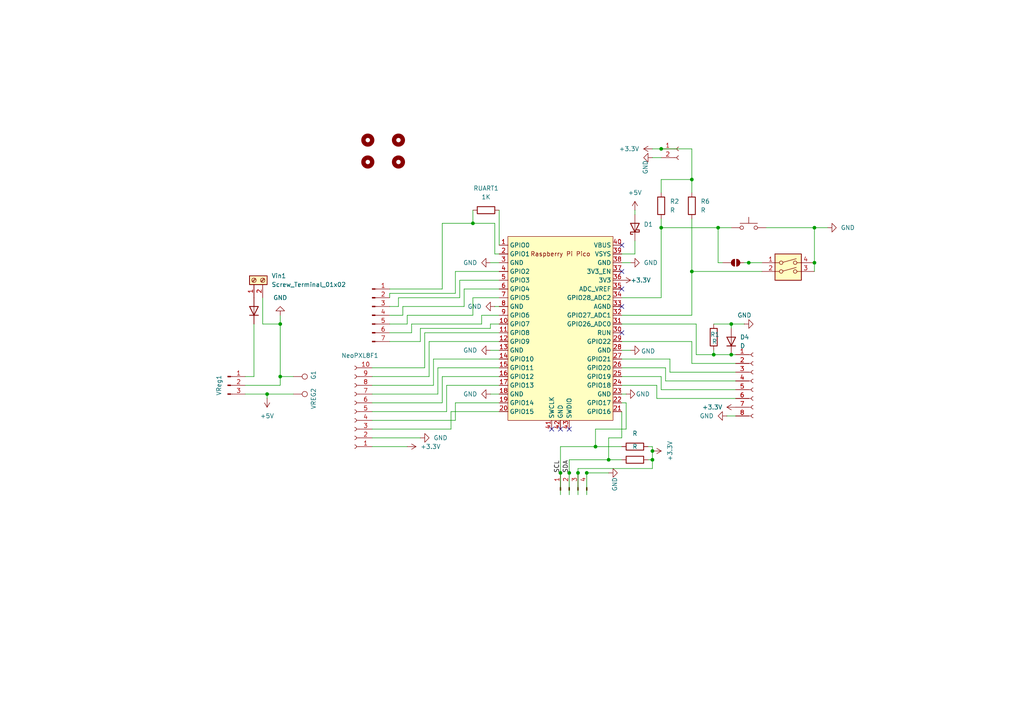
<source format=kicad_sch>
(kicad_sch (version 20250114) (generator "eeschema") (generator_version "9.0")
  (paper "A4")
  (lib_symbols
    (symbol "Connector:Conn_01x02_Socket" (pin_names (offset 1.016) (hide yes))
      (property "Reference" "J" (at 0 2.54 0))
      (property "Value" "Conn_01x02_Socket" (at 0 -5.08 0))
      (symbol "Conn_01x02_Socket_1_1"
        (polyline (pts (xy -1.27 0) (xy -0.508 0)) (stroke (width 0.1524)))
        (polyline (pts (xy -1.27 -2.54) (xy -0.508 -2.54)) (stroke (width 0.1524)))
        (arc (start 0 -0.508) (mid -0.5058 0) (end 0 0.508) (stroke (width 0.1524)))
        (arc (start 0 -3.048) (mid -0.5058 -2.54) (end 0 -2.032) (stroke (width 0.1524)))
        (pin passive line (at -5.08 0 0) (length 3.81) (name "Pin_1") (number "1"))
        (pin passive line (at -5.08 -2.54 0) (length 3.81) (name "Pin_2") (number "2"))
      )
    )
    (symbol "Connector:Conn_01x03_Pin" (pin_names (offset 1.016) (hide yes))
      (property "Reference" "J" (at 0 5.08 0))
      (property "Value" "Conn_01x03_Pin" (at 0 -5.08 0))
      (symbol "Conn_01x03_Pin_1_1"
        (rectangle (start 0.8636 2.667) (end 0 2.413) (stroke (width 0.1524)) (fill (type outline)))
        (rectangle (start 0.8636 0.127) (end 0 -0.127) (stroke (width 0.1524)) (fill (type outline)))
        (rectangle (start 0.8636 -2.413) (end 0 -2.667) (stroke (width 0.1524)) (fill (type outline)))
        (polyline (pts (xy 1.27 2.54) (xy 0.8636 2.54)) (stroke (width 0.1524)))
        (polyline (pts (xy 1.27 0) (xy 0.8636 0)) (stroke (width 0.1524)))
        (polyline (pts (xy 1.27 -2.54) (xy 0.8636 -2.54)) (stroke (width 0.1524)))
        (pin passive line (at 5.08 2.54 180) (length 3.81) (name "Pin_1") (number "1"))
        (pin passive line (at 5.08 0 180) (length 3.81) (name "Pin_2") (number "2"))
        (pin passive line (at 5.08 -2.54 180) (length 3.81) (name "Pin_3") (number "3"))
      )
    )
    (symbol "Connector:Conn_01x04_Pin" (pin_names (offset 1.016) (hide yes))
      (property "Reference" "J" (at 0 5.08 0))
      (property "Value" "Conn_01x04_Pin" (at 0 -7.62 0))
      (symbol "Conn_01x04_Pin_1_1"
        (rectangle (start 0.8636 2.667) (end 0 2.413) (stroke (width 0.1524)) (fill (type outline)))
        (rectangle (start 0.8636 0.127) (end 0 -0.127) (stroke (width 0.1524)) (fill (type outline)))
        (rectangle (start 0.8636 -2.413) (end 0 -2.667) (stroke (width 0.1524)) (fill (type outline)))
        (rectangle (start 0.8636 -4.953) (end 0 -5.207) (stroke (width 0.1524)) (fill (type outline)))
        (polyline (pts (xy 1.27 2.54) (xy 0.8636 2.54)) (stroke (width 0.1524)))
        (polyline (pts (xy 1.27 0) (xy 0.8636 0)) (stroke (width 0.1524)))
        (polyline (pts (xy 1.27 -2.54) (xy 0.8636 -2.54)) (stroke (width 0.1524)))
        (polyline (pts (xy 1.27 -5.08) (xy 0.8636 -5.08)) (stroke (width 0.1524)))
        (pin passive line (at 5.08 2.54 180) (length 3.81) (name "Pin_1") (number "1"))
        (pin passive line (at 5.08 0 180) (length 3.81) (name "Pin_2") (number "2"))
        (pin passive line (at 5.08 -2.54 180) (length 3.81) (name "Pin_3") (number "3"))
        (pin passive line (at 5.08 -5.08 180) (length 3.81) (name "Pin_4") (number "4"))
      )
    )
    (symbol "Connector:Conn_01x07_Pin" (pin_names (offset 1.016) (hide yes))
      (property "Reference" "J" (at 0 10.16 0))
      (property "Value" "Conn_01x07_Pin" (at 0 -10.16 0))
      (symbol "Conn_01x07_Pin_1_1"
        (rectangle (start 0.8636 7.747) (end 0 7.493) (stroke (width 0.1524)) (fill (type outline)))
        (rectangle (start 0.8636 5.207) (end 0 4.953) (stroke (width 0.1524)) (fill (type outline)))
        (rectangle (start 0.8636 2.667) (end 0 2.413) (stroke (width 0.1524)) (fill (type outline)))
        (rectangle (start 0.8636 0.127) (end 0 -0.127) (stroke (width 0.1524)) (fill (type outline)))
        (rectangle (start 0.8636 -2.413) (end 0 -2.667) (stroke (width 0.1524)) (fill (type outline)))
        (rectangle (start 0.8636 -4.953) (end 0 -5.207) (stroke (width 0.1524)) (fill (type outline)))
        (rectangle (start 0.8636 -7.493) (end 0 -7.747) (stroke (width 0.1524)) (fill (type outline)))
        (polyline (pts (xy 1.27 7.62) (xy 0.8636 7.62)) (stroke (width 0.1524)))
        (polyline (pts (xy 1.27 5.08) (xy 0.8636 5.08)) (stroke (width 0.1524)))
        (polyline (pts (xy 1.27 2.54) (xy 0.8636 2.54)) (stroke (width 0.1524)))
        (polyline (pts (xy 1.27 0) (xy 0.8636 0)) (stroke (width 0.1524)))
        (polyline (pts (xy 1.27 -2.54) (xy 0.8636 -2.54)) (stroke (width 0.1524)))
        (polyline (pts (xy 1.27 -5.08) (xy 0.8636 -5.08)) (stroke (width 0.1524)))
        (polyline (pts (xy 1.27 -7.62) (xy 0.8636 -7.62)) (stroke (width 0.1524)))
        (pin passive line (at 5.08 7.62 180) (length 3.81) (name "Pin_1") (number "1"))
        (pin passive line (at 5.08 5.08 180) (length 3.81) (name "Pin_2") (number "2"))
        (pin passive line (at 5.08 2.54 180) (length 3.81) (name "Pin_3") (number "3"))
        (pin passive line (at 5.08 0 180) (length 3.81) (name "Pin_4") (number "4"))
        (pin passive line (at 5.08 -2.54 180) (length 3.81) (name "Pin_5") (number "5"))
        (pin passive line (at 5.08 -5.08 180) (length 3.81) (name "Pin_6") (number "6"))
        (pin passive line (at 5.08 -7.62 180) (length 3.81) (name "Pin_7") (number "7"))
      )
    )
    (symbol "Connector:Conn_01x08_Socket" (pin_names (offset 1.016) (hide yes))
      (property "Reference" "J" (at 0 10.16 0))
      (property "Value" "Conn_01x08_Socket" (at 0 -12.7 0))
      (symbol "Conn_01x08_Socket_1_1"
        (polyline (pts (xy -1.27 7.62) (xy -0.508 7.62)) (stroke (width 0.1524)))
        (polyline (pts (xy -1.27 5.08) (xy -0.508 5.08)) (stroke (width 0.1524)))
        (polyline (pts (xy -1.27 2.54) (xy -0.508 2.54)) (stroke (width 0.1524)))
        (polyline (pts (xy -1.27 0) (xy -0.508 0)) (stroke (width 0.1524)))
        (polyline (pts (xy -1.27 -2.54) (xy -0.508 -2.54)) (stroke (width 0.1524)))
        (polyline (pts (xy -1.27 -5.08) (xy -0.508 -5.08)) (stroke (width 0.1524)))
        (polyline (pts (xy -1.27 -7.62) (xy -0.508 -7.62)) (stroke (width 0.1524)))
        (polyline (pts (xy -1.27 -10.16) (xy -0.508 -10.16)) (stroke (width 0.1524)))
        (arc (start 0 7.112) (mid -0.5058 7.62) (end 0 8.128) (stroke (width 0.1524)))
        (arc (start 0 4.572) (mid -0.5058 5.08) (end 0 5.588) (stroke (width 0.1524)))
        (arc (start 0 2.032) (mid -0.5058 2.54) (end 0 3.048) (stroke (width 0.1524)))
        (arc (start 0 -0.508) (mid -0.5058 0) (end 0 0.508) (stroke (width 0.1524)))
        (arc (start 0 -3.048) (mid -0.5058 -2.54) (end 0 -2.032) (stroke (width 0.1524)))
        (arc (start 0 -5.588) (mid -0.5058 -5.08) (end 0 -4.572) (stroke (width 0.1524)))
        (arc (start 0 -8.128) (mid -0.5058 -7.62) (end 0 -7.112) (stroke (width 0.1524)))
        (arc (start 0 -10.668) (mid -0.5058 -10.16) (end 0 -9.652) (stroke (width 0.1524)))
        (pin passive line (at -5.08 7.62 0) (length 3.81) (name "Pin_1") (number "1"))
        (pin passive line (at -5.08 5.08 0) (length 3.81) (name "Pin_2") (number "2"))
        (pin passive line (at -5.08 2.54 0) (length 3.81) (name "Pin_3") (number "3"))
        (pin passive line (at -5.08 0 0) (length 3.81) (name "Pin_4") (number "4"))
        (pin passive line (at -5.08 -2.54 0) (length 3.81) (name "Pin_5") (number "5"))
        (pin passive line (at -5.08 -5.08 0) (length 3.81) (name "Pin_6") (number "6"))
        (pin passive line (at -5.08 -7.62 0) (length 3.81) (name "Pin_7") (number "7"))
        (pin passive line (at -5.08 -10.16 0) (length 3.81) (name "Pin_8") (number "8"))
      )
    )
    (symbol "Connector:Conn_01x10_Socket" (pin_names (offset 1.016) (hide yes))
      (property "Reference" "J" (at 0 12.7 0))
      (property "Value" "Conn_01x10_Socket" (at 0 -15.24 0))
      (symbol "Conn_01x10_Socket_1_1"
        (polyline (pts (xy -1.27 10.16) (xy -0.508 10.16)) (stroke (width 0.1524)))
        (polyline (pts (xy -1.27 7.62) (xy -0.508 7.62)) (stroke (width 0.1524)))
        (polyline (pts (xy -1.27 5.08) (xy -0.508 5.08)) (stroke (width 0.1524)))
        (polyline (pts (xy -1.27 2.54) (xy -0.508 2.54)) (stroke (width 0.1524)))
        (polyline (pts (xy -1.27 0) (xy -0.508 0)) (stroke (width 0.1524)))
        (polyline (pts (xy -1.27 -2.54) (xy -0.508 -2.54)) (stroke (width 0.1524)))
        (polyline (pts (xy -1.27 -5.08) (xy -0.508 -5.08)) (stroke (width 0.1524)))
        (polyline (pts (xy -1.27 -7.62) (xy -0.508 -7.62)) (stroke (width 0.1524)))
        (polyline (pts (xy -1.27 -10.16) (xy -0.508 -10.16)) (stroke (width 0.1524)))
        (polyline (pts (xy -1.27 -12.7) (xy -0.508 -12.7)) (stroke (width 0.1524)))
        (arc (start 0 9.652) (mid -0.5058 10.16) (end 0 10.668) (stroke (width 0.1524)))
        (arc (start 0 7.112) (mid -0.5058 7.62) (end 0 8.128) (stroke (width 0.1524)))
        (arc (start 0 4.572) (mid -0.5058 5.08) (end 0 5.588) (stroke (width 0.1524)))
        (arc (start 0 2.032) (mid -0.5058 2.54) (end 0 3.048) (stroke (width 0.1524)))
        (arc (start 0 -0.508) (mid -0.5058 0) (end 0 0.508) (stroke (width 0.1524)))
        (arc (start 0 -3.048) (mid -0.5058 -2.54) (end 0 -2.032) (stroke (width 0.1524)))
        (arc (start 0 -5.588) (mid -0.5058 -5.08) (end 0 -4.572) (stroke (width 0.1524)))
        (arc (start 0 -8.128) (mid -0.5058 -7.62) (end 0 -7.112) (stroke (width 0.1524)))
        (arc (start 0 -10.668) (mid -0.5058 -10.16) (end 0 -9.652) (stroke (width 0.1524)))
        (arc (start 0 -13.208) (mid -0.5058 -12.7) (end 0 -12.192) (stroke (width 0.1524)))
        (pin passive line (at -5.08 10.16 0) (length 3.81) (name "Pin_1") (number "1"))
        (pin passive line (at -5.08 7.62 0) (length 3.81) (name "Pin_2") (number "2"))
        (pin passive line (at -5.08 5.08 0) (length 3.81) (name "Pin_3") (number "3"))
        (pin passive line (at -5.08 2.54 0) (length 3.81) (name "Pin_4") (number "4"))
        (pin passive line (at -5.08 0 0) (length 3.81) (name "Pin_5") (number "5"))
        (pin passive line (at -5.08 -2.54 0) (length 3.81) (name "Pin_6") (number "6"))
        (pin passive line (at -5.08 -5.08 0) (length 3.81) (name "Pin_7") (number "7"))
        (pin passive line (at -5.08 -7.62 0) (length 3.81) (name "Pin_8") (number "8"))
        (pin passive line (at -5.08 -10.16 0) (length 3.81) (name "Pin_9") (number "9"))
        (pin passive line (at -5.08 -12.7 0) (length 3.81) (name "Pin_10") (number "10"))
      )
    )
    (symbol "Connector:Screw_Terminal_01x02" (pin_names (offset 1.016) (hide yes))
      (property "Reference" "J" (at 0 2.54 0))
      (property "Value" "Screw_Terminal_01x02" (at 0 -5.08 0))
      (symbol "Screw_Terminal_01x02_1_1"
        (rectangle (start -1.27 1.27) (end 1.27 -3.81) (stroke (width 0.254)) (fill (type background)))
        (polyline (pts (xy -0.5334 0.3302) (xy 0.3302 -0.508)) (stroke (width 0.1524)))
        (polyline (pts (xy -0.5334 -2.2098) (xy 0.3302 -3.048)) (stroke (width 0.1524)))
        (polyline (pts (xy -0.3556 0.508) (xy 0.508 -0.3302)) (stroke (width 0.1524)))
        (polyline (pts (xy -0.3556 -2.032) (xy 0.508 -2.8702)) (stroke (width 0.1524)))
        (circle (center 0 0) (radius 0.635) (stroke (width 0.1524)))
        (circle (center 0 -2.54) (radius 0.635) (stroke (width 0.1524)))
        (pin passive line (at -5.08 0 0) (length 3.81) (name "Pin_1") (number "1"))
        (pin passive line (at -5.08 -2.54 0) (length 3.81) (name "Pin_2") (number "2"))
      )
    )
    (symbol "Connector:TestPoint" (pin_numbers (hide yes)) (pin_names (offset 0.762) (hide yes))
      (property "Reference" "TP" (at 0 6.858 0))
      (property "Value" "TestPoint" (at 0 5.08 0))
      (symbol "TestPoint_0_1"
        (circle (center 0 3.302) (radius 0.762))
      )
      (symbol "TestPoint_1_1"
        (pin passive line (at 0 0 90) (length 2.54) (name "1") (number "1"))
      )
    )
    (symbol "Device:D" (pin_numbers (hide yes)) (pin_names (offset 1.016) (hide yes))
      (property "Reference" "D" (at 0 2.54 0))
      (property "Value" "D" (at 0 -2.54 0))
      (symbol "D_0_1"
        (polyline (pts (xy -1.27 1.27) (xy -1.27 -1.27)) (stroke (width 0.254)))
        (polyline (pts (xy 1.27 1.27) (xy 1.27 -1.27) (xy -1.27 0) (xy 1.27 1.27)) (stroke (width 0.254)))
        (polyline (pts (xy 1.27 0) (xy -1.27 0)))
      )
      (symbol "D_1_1"
        (pin passive line (at -3.81 0 0) (length 2.54) (name "K") (number "1"))
        (pin passive line (at 3.81 0 180) (length 2.54) (name "A") (number "2"))
      )
    )
    (symbol "Device:D_Schottky" (pin_numbers (hide yes)) (pin_names (offset 1.016) (hide yes))
      (property "Reference" "D" (at 0 2.54 0))
      (property "Value" "D_Schottky" (at 0 -2.54 0))
      (symbol "D_Schottky_0_1"
        (polyline (pts (xy -1.905 0.635) (xy -1.905 1.27) (xy -1.27 1.27) (xy -1.27 -1.27) (xy -0.635 -1.27) (xy -0.635 -0.635)) (stroke (width 0.254)))
        (polyline (pts (xy 1.27 1.27) (xy 1.27 -1.27) (xy -1.27 0) (xy 1.27 1.27)) (stroke (width 0.254)))
        (polyline (pts (xy 1.27 0) (xy -1.27 0)))
      )
      (symbol "D_Schottky_1_1"
        (pin passive line (at -3.81 0 0) (length 2.54) (name "K") (number "1"))
        (pin passive line (at 3.81 0 180) (length 2.54) (name "A") (number "2"))
      )
    )
    (symbol "Device:R" (pin_numbers (hide yes)) (pin_names (offset 0))
      (property "Reference" "R" (at 2.032 0 90))
      (property "Value" "R" (at 0 0 90))
      (symbol "R_0_1"
        (rectangle (start -1.016 -2.54) (end 1.016 2.54) (stroke (width 0.254)))
      )
      (symbol "R_1_1"
        (pin passive line (at 0 3.81 270) (length 1.27) (name "~") (number "1"))
        (pin passive line (at 0 -3.81 90) (length 1.27) (name "~") (number "2"))
      )
    )
    (symbol "Jumper:SolderJumper_2_Open" (pin_numbers (hide yes)) (pin_names (offset 0) (hide yes)) (exclude_from_sim yes) (in_bom no)
      (property "Reference" "JP" (at 0 2.032 0))
      (property "Value" "SolderJumper_2_Open" (at 0 -2.54 0))
      (symbol "SolderJumper_2_Open_0_1"
        (polyline (pts (xy -0.254 1.016) (xy -0.254 -1.016)))
        (arc (start -0.254 -1.016) (mid -1.2656 0) (end -0.254 1.016))
        (arc (start -0.254 -1.016) (mid -1.2656 0) (end -0.254 1.016) (fill (type outline)))
        (arc (start 0.254 1.016) (mid 1.2656 0) (end 0.254 -1.016))
        (arc (start 0.254 1.016) (mid 1.2656 0) (end 0.254 -1.016) (fill (type outline)))
        (polyline (pts (xy 0.254 1.016) (xy 0.254 -1.016)))
      )
      (symbol "SolderJumper_2_Open_1_1"
        (pin passive line (at -3.81 0 0) (length 2.54) (name "A") (number "1"))
        (pin passive line (at 3.81 0 180) (length 2.54) (name "B") (number "2"))
      )
    )
    (symbol "Mechanical:MountingHole" (pin_names (offset 1.016)) (exclude_from_sim yes) (in_bom no)
      (property "Reference" "H" (at 0 5.08 0))
      (property "Value" "MountingHole" (at 0 3.175 0))
      (symbol "MountingHole_0_1"
        (circle (center 0 0) (radius 1.27) (stroke (width 1.27)))
      )
    )
    (symbol "Switch:SW_DIP_x02" (pin_names (offset 0) (hide yes))
      (property "Reference" "SW" (at 0 6.35 0))
      (property "Value" "SW_DIP_x02" (at 0 -3.81 0))
      (symbol "SW_DIP_x02_0_0"
        (circle (center -2.032 2.54) (radius 0.508))
        (circle (center -2.032 0) (radius 0.508))
        (polyline (pts (xy -1.524 2.667) (xy 2.3622 3.7084)))
        (polyline (pts (xy -1.524 0.127) (xy 2.3622 1.1684)))
        (circle (center 2.032 2.54) (radius 0.508))
        (circle (center 2.032 0) (radius 0.508))
      )
      (symbol "SW_DIP_x02_0_1"
        (rectangle (start -3.81 5.08) (end 3.81 -2.54) (stroke (width 0.254)) (fill (type background)))
      )
      (symbol "SW_DIP_x02_1_1"
        (pin passive line (at -7.62 2.54 0) (length 5.08) (name "~") (number "1"))
        (pin passive line (at -7.62 0 0) (length 5.08) (name "~") (number "2"))
        (pin passive line (at 7.62 2.54 180) (length 5.08) (name "~") (number "4"))
        (pin passive line (at 7.62 0 180) (length 5.08) (name "~") (number "3"))
      )
    )
    (symbol "Switch:SW_Push" (pin_numbers (hide yes)) (pin_names (offset 1.016) (hide yes))
      (property "Reference" "SW" (at 1.27 2.54 0))
      (property "Value" "SW_Push" (at 0 -1.524 0))
      (symbol "SW_Push_0_1"
        (circle (center -2.032 0) (radius 0.508))
        (polyline (pts (xy 0 1.27) (xy 0 3.048)))
        (circle (center 2.032 0) (radius 0.508))
        (polyline (pts (xy 2.54 1.27) (xy -2.54 1.27)))
        (pin passive line (at -5.08 0 0) (length 2.54) (name "1") (number "1"))
        (pin passive line (at 5.08 0 180) (length 2.54) (name "2") (number "2"))
      )
    )
    (symbol "pico:Pico"
      (property "Reference" "U" (at -13.97 27.94 0))
      (property "Value" "Pico" (at 0 19.05 0))
      (symbol "Pico_0_0"
        (text "Raspberry Pi Pico" (at 0 21.59 0) (effects (font (size 1.27 1.27))))
      )
      (symbol "Pico_0_1"
        (rectangle (start -15.24 26.67) (end 15.24 -26.67) (fill (type background)))
      )
      (symbol "Pico_1_1"
        (pin bidirectional line (at -17.78 24.13 0) (length 2.54) (name "GPIO0") (number "1"))
        (pin bidirectional line (at -17.78 21.59 0) (length 2.54) (name "GPIO1") (number "2"))
        (pin power_in line (at -17.78 19.05 0) (length 2.54) (name "GND") (number "3"))
        (pin bidirectional line (at -17.78 16.51 0) (length 2.54) (name "GPIO2") (number "4"))
        (pin bidirectional line (at -17.78 13.97 0) (length 2.54) (name "GPIO3") (number "5"))
        (pin bidirectional line (at -17.78 11.43 0) (length 2.54) (name "GPIO4") (number "6"))
        (pin bidirectional line (at -17.78 8.89 0) (length 2.54) (name "GPIO5") (number "7"))
        (pin power_in line (at -17.78 6.35 0) (length 2.54) (name "GND") (number "8"))
        (pin bidirectional line (at -17.78 3.81 0) (length 2.54) (name "GPIO6") (number "9"))
        (pin bidirectional line (at -17.78 1.27 0) (length 2.54) (name "GPIO7") (number "10"))
        (pin bidirectional line (at -17.78 -1.27 0) (length 2.54) (name "GPIO8") (number "11"))
        (pin bidirectional line (at -17.78 -3.81 0) (length 2.54) (name "GPIO9") (number "12"))
        (pin power_in line (at -17.78 -6.35 0) (length 2.54) (name "GND") (number "13"))
        (pin bidirectional line (at -17.78 -8.89 0) (length 2.54) (name "GPIO10") (number "14"))
        (pin bidirectional line (at -17.78 -11.43 0) (length 2.54) (name "GPIO11") (number "15"))
        (pin bidirectional line (at -17.78 -13.97 0) (length 2.54) (name "GPIO12") (number "16"))
        (pin bidirectional line (at -17.78 -16.51 0) (length 2.54) (name "GPIO13") (number "17"))
        (pin power_in line (at -17.78 -19.05 0) (length 2.54) (name "GND") (number "18"))
        (pin bidirectional line (at -17.78 -21.59 0) (length 2.54) (name "GPIO14") (number "19"))
        (pin bidirectional line (at -17.78 -24.13 0) (length 2.54) (name "GPIO15") (number "20"))
        (pin input line (at -2.54 -29.21 90) (length 2.54) (name "SWCLK") (number "41"))
        (pin power_in line (at 0 -29.21 90) (length 2.54) (name "GND") (number "42"))
        (pin bidirectional line (at 2.54 -29.21 90) (length 2.54) (name "SWDIO") (number "43"))
        (pin power_in line (at 17.78 24.13 180) (length 2.54) (name "VBUS") (number "40"))
        (pin power_in line (at 17.78 21.59 180) (length 2.54) (name "VSYS") (number "39"))
        (pin bidirectional line (at 17.78 19.05 180) (length 2.54) (name "GND") (number "38"))
        (pin input line (at 17.78 16.51 180) (length 2.54) (name "3V3_EN") (number "37"))
        (pin power_in line (at 17.78 13.97 180) (length 2.54) (name "3V3") (number "36"))
        (pin power_in line (at 17.78 11.43 180) (length 2.54) (name "ADC_VREF") (number "35"))
        (pin bidirectional line (at 17.78 8.89 180) (length 2.54) (name "GPIO28_ADC2") (number "34"))
        (pin power_in line (at 17.78 6.35 180) (length 2.54) (name "AGND") (number "33"))
        (pin bidirectional line (at 17.78 3.81 180) (length 2.54) (name "GPIO27_ADC1") (number "32"))
        (pin bidirectional line (at 17.78 1.27 180) (length 2.54) (name "GPIO26_ADC0") (number "31"))
        (pin input line (at 17.78 -1.27 180) (length 2.54) (name "RUN") (number "30"))
        (pin bidirectional line (at 17.78 -3.81 180) (length 2.54) (name "GPIO22") (number "29"))
        (pin power_in line (at 17.78 -6.35 180) (length 2.54) (name "GND") (number "28"))
        (pin bidirectional line (at 17.78 -8.89 180) (length 2.54) (name "GPIO21") (number "27"))
        (pin bidirectional line (at 17.78 -11.43 180) (length 2.54) (name "GPIO20") (number "26"))
        (pin bidirectional line (at 17.78 -13.97 180) (length 2.54) (name "GPIO19") (number "25"))
        (pin bidirectional line (at 17.78 -16.51 180) (length 2.54) (name "GPIO18") (number "24"))
        (pin power_in line (at 17.78 -19.05 180) (length 2.54) (name "GND") (number "23"))
        (pin bidirectional line (at 17.78 -21.59 180) (length 2.54) (name "GPIO17") (number "22"))
        (pin bidirectional line (at 17.78 -24.13 180) (length 2.54) (name "GPIO16") (number "21"))
      )
    )
    (symbol "power:+3.3V" (power) (pin_numbers (hide yes)) (pin_names (offset 0) (hide yes))
      (property "Value" "+3.3V" (at 0 3.556 0))
      (symbol "+3.3V_0_1"
        (polyline (pts (xy -0.762 1.27) (xy 0 2.54)))
        (polyline (pts (xy 0 2.54) (xy 0.762 1.27)))
        (polyline (pts (xy 0 0) (xy 0 2.54)))
      )
      (symbol "+3.3V_1_1"
        (pin power_in line (at 0 0 90) (length 0) (name "~") (number "1"))
      )
    )
    (symbol "power:+5V" (power) (pin_numbers (hide yes)) (pin_names (offset 0) (hide yes))
      (property "Value" "+5V" (at 0 3.556 0))
      (symbol "+5V_0_1"
        (polyline (pts (xy -0.762 1.27) (xy 0 2.54)))
        (polyline (pts (xy 0 2.54) (xy 0.762 1.27)))
        (polyline (pts (xy 0 0) (xy 0 2.54)))
      )
      (symbol "+5V_1_1"
        (pin power_in line (at 0 0 90) (length 0) (name "~") (number "1"))
      )
    )
    (symbol "power:GND" (power) (pin_numbers (hide yes)) (pin_names (offset 0) (hide yes))
      (property "Value" "GND" (at 0 -3.81 0))
      (symbol "GND_0_1"
        (polyline (pts (xy 0 0) (xy 0 -1.27) (xy 1.27 -1.27) (xy 0 -2.54) (xy -1.27 -1.27) (xy 0 -1.27)))
      )
      (symbol "GND_1_1"
        (pin power_in line (at 0 0 270) (length 0) (name "~") (number "1"))
      )
    )
  )
  (junction (at 191.77 66.04))
  (junction (at 208.28 66.04))
  (junction (at 212.09 102.87))
  (junction (at 189.23 130.81))
  (junction (at 191.77 43.18))
  (junction (at 77.47 114.3))
  (junction (at 217.17 76.2))
  (junction (at 176.53 133.35))
  (junction (at 170.18 137.16))
  (junction (at 81.28 109.22))
  (junction (at 212.09 93.98))
  (junction (at 165.1 137.16))
  (junction (at 236.22 76.2))
  (junction (at 172.72 129.54))
  (junction (at 200.66 78.74))
  (junction (at 236.22 66.04))
  (junction (at 207.01 102.87))
  (junction (at 189.23 133.35))
  (junction (at 162.56 137.16))
  (junction (at 137.16 64.77))
  (junction (at 167.64 137.16))
  (junction (at 81.28 93.98))
  (junction (at 200.66 52.07))
  (no_connect (at 180.34 78.74))
  (no_connect (at 165.1 124.46))
  (no_connect (at 180.34 71.12))
  (no_connect (at 180.34 88.9))
  (no_connect (at 162.56 124.46))
  (no_connect (at 180.34 83.82))
  (no_connect (at 180.34 96.52))
  (no_connect (at 160.02 124.46))
  (wire (pts (xy 76.2 93.98) (xy 81.28 93.98)))
  (wire (pts (xy 187.96 133.35) (xy 189.23 133.35)))
  (wire (pts (xy 118.11 91.44) (xy 118.11 93.98)))
  (wire (pts (xy 132.08 78.74) (xy 132.08 85.09)))
  (wire (pts (xy 107.95 124.46) (xy 130.81 124.46)))
  (wire (pts (xy 107.95 121.92) (xy 132.08 121.92)))
  (wire (pts (xy 194.31 107.95) (xy 194.31 104.14)))
  (wire (pts (xy 176.53 127) (xy 176.53 133.35)))
  (wire (pts (xy 191.77 86.36) (xy 191.77 66.04)))
  (wire (pts (xy 130.81 124.46) (xy 130.81 119.38)))
  (wire (pts (xy 144.78 116.84) (xy 132.08 116.84)))
  (wire (pts (xy 210.82 120.65) (xy 213.36 120.65)))
  (wire (pts (xy 236.22 66.04) (xy 236.22 76.2)))
  (wire (pts (xy 118.11 93.98) (xy 113.03 93.98)))
  (wire (pts (xy 144.78 60.96) (xy 144.78 71.12)))
  (wire (pts (xy 124.46 109.22) (xy 124.46 99.06)))
  (wire (pts (xy 139.7 93.98) (xy 139.7 91.44)))
  (wire (pts (xy 127 114.3) (xy 127 106.68)))
  (wire (pts (xy 189.23 133.35) (xy 189.23 130.81)))
  (wire (pts (xy 139.7 93.98) (xy 119.38 93.98)))
  (wire (pts (xy 133.35 86.36) (xy 115.57 86.36)))
  (wire (pts (xy 137.16 64.77) (xy 137.16 60.96)))
  (wire (pts (xy 200.66 99.06) (xy 200.66 105.41)))
  (wire (pts (xy 212.09 102.87) (xy 213.36 102.87)))
  (wire (pts (xy 107.95 114.3) (xy 127 114.3)))
  (wire (pts (xy 139.7 91.44) (xy 144.78 91.44)))
  (wire (pts (xy 165.1 137.16) (xy 165.1 143.51)))
  (wire (pts (xy 107.95 129.54) (xy 118.11 129.54)))
  (wire (pts (xy 107.95 109.22) (xy 124.46 109.22)))
  (wire (pts (xy 116.84 91.44) (xy 113.03 91.44)))
  (wire (pts (xy 71.12 114.3) (xy 77.47 114.3)))
  (wire (pts (xy 129.54 119.38) (xy 129.54 111.76)))
  (wire (pts (xy 184.15 60.96) (xy 184.15 62.23)))
  (wire (pts (xy 170.18 137.16) (xy 176.53 137.16)))
  (wire (pts (xy 143.51 88.9) (xy 144.78 88.9)))
  (wire (pts (xy 207.01 93.98) (xy 212.09 93.98)))
  (wire (pts (xy 132.08 85.09) (xy 113.03 85.09)))
  (wire (pts (xy 191.77 43.18) (xy 200.66 43.18)))
  (wire (pts (xy 128.27 64.77) (xy 137.16 64.77)))
  (wire (pts (xy 81.28 91.44) (xy 81.28 93.98)))
  (wire (pts (xy 167.64 137.16) (xy 167.64 143.51)))
  (wire (pts (xy 81.28 109.22) (xy 85.09 109.22)))
  (wire (pts (xy 191.77 52.07) (xy 200.66 52.07)))
  (wire (pts (xy 137.16 86.36) (xy 144.78 86.36)))
  (wire (pts (xy 107.95 106.68) (xy 123.19 106.68)))
  (wire (pts (xy 193.04 106.68) (xy 180.34 106.68)))
  (wire (pts (xy 190.5 115.57) (xy 213.36 115.57)))
  (wire (pts (xy 184.15 69.85) (xy 184.15 73.66)))
  (wire (pts (xy 123.19 96.52) (xy 144.78 96.52)))
  (wire (pts (xy 128.27 109.22) (xy 144.78 109.22)))
  (wire (pts (xy 201.93 102.87) (xy 207.01 102.87)))
  (wire (pts (xy 125.73 111.76) (xy 125.73 104.14)))
  (wire (pts (xy 187.96 129.54) (xy 189.23 129.54)))
  (wire (pts (xy 180.34 119.38) (xy 180.34 127)))
  (wire (pts (xy 191.77 66.04) (xy 208.28 66.04)))
  (wire (pts (xy 76.2 86.36) (xy 76.2 93.98)))
  (wire (pts (xy 189.23 129.54) (xy 189.23 130.81)))
  (wire (pts (xy 180.34 86.36) (xy 191.77 86.36)))
  (wire (pts (xy 207.01 101.6) (xy 207.01 102.87)))
  (wire (pts (xy 189.23 45.72) (xy 191.77 45.72)))
  (wire (pts (xy 172.72 124.46) (xy 172.72 129.54)))
  (wire (pts (xy 200.66 105.41) (xy 213.36 105.41)))
  (wire (pts (xy 180.34 133.35) (xy 176.53 133.35)))
  (wire (pts (xy 107.95 119.38) (xy 129.54 119.38)))
  (wire (pts (xy 215.9 93.98) (xy 212.09 93.98)))
  (wire (pts (xy 115.57 86.36) (xy 115.57 88.9)))
  (wire (pts (xy 180.34 111.76) (xy 190.5 111.76)))
  (wire (pts (xy 236.22 66.04) (xy 240.03 66.04)))
  (wire (pts (xy 208.28 76.2) (xy 209.55 76.2)))
  (wire (pts (xy 142.24 114.3) (xy 144.78 114.3)))
  (wire (pts (xy 125.73 104.14) (xy 144.78 104.14)))
  (wire (pts (xy 113.03 85.09) (xy 113.03 86.36)))
  (wire (pts (xy 107.95 127) (xy 121.92 127)))
  (wire (pts (xy 236.22 76.2) (xy 236.22 78.74)))
  (wire (pts (xy 208.28 66.04) (xy 208.28 76.2)))
  (wire (pts (xy 143.51 73.66) (xy 143.51 64.77)))
  (wire (pts (xy 130.81 119.38) (xy 144.78 119.38)))
  (wire (pts (xy 176.53 133.35) (xy 165.1 133.35)))
  (wire (pts (xy 142.24 93.98) (xy 144.78 93.98)))
  (wire (pts (xy 180.34 93.98) (xy 201.93 93.98)))
  (wire (pts (xy 201.93 93.98) (xy 201.93 102.87)))
  (wire (pts (xy 170.18 137.16) (xy 170.18 143.51)))
  (wire (pts (xy 181.61 116.84) (xy 181.61 124.46)))
  (wire (pts (xy 165.1 133.35) (xy 165.1 137.16)))
  (wire (pts (xy 180.34 76.2) (xy 182.88 76.2)))
  (wire (pts (xy 181.61 124.46) (xy 172.72 124.46)))
  (wire (pts (xy 77.47 114.3) (xy 77.47 115.57)))
  (wire (pts (xy 81.28 111.76) (xy 81.28 109.22)))
  (wire (pts (xy 142.24 95.25) (xy 142.24 93.98)))
  (wire (pts (xy 115.57 88.9) (xy 113.03 88.9)))
  (wire (pts (xy 180.34 127) (xy 176.53 127)))
  (wire (pts (xy 191.77 113.03) (xy 213.36 113.03)))
  (wire (pts (xy 133.35 81.28) (xy 144.78 81.28)))
  (wire (pts (xy 189.23 133.35) (xy 189.23 135.89)))
  (wire (pts (xy 142.24 76.2) (xy 144.78 76.2)))
  (wire (pts (xy 144.78 73.66) (xy 143.51 73.66)))
  (wire (pts (xy 189.23 135.89) (xy 167.64 135.89)))
  (wire (pts (xy 180.34 116.84) (xy 181.61 116.84)))
  (wire (pts (xy 128.27 116.84) (xy 128.27 109.22)))
  (wire (pts (xy 77.47 114.3) (xy 85.09 114.3)))
  (wire (pts (xy 190.5 111.76) (xy 190.5 115.57)))
  (wire (pts (xy 200.66 78.74) (xy 200.66 91.44)))
  (wire (pts (xy 119.38 96.52) (xy 113.03 96.52)))
  (wire (pts (xy 121.92 99.06) (xy 113.03 99.06)))
  (wire (pts (xy 123.19 106.68) (xy 123.19 96.52)))
  (wire (pts (xy 200.66 63.5) (xy 200.66 78.74)))
  (wire (pts (xy 81.28 93.98) (xy 81.28 109.22)))
  (wire (pts (xy 144.78 78.74) (xy 132.08 78.74)))
  (wire (pts (xy 162.56 129.54) (xy 162.56 137.16)))
  (wire (pts (xy 180.34 91.44) (xy 200.66 91.44)))
  (wire (pts (xy 128.27 64.77) (xy 128.27 83.82)))
  (wire (pts (xy 193.04 110.49) (xy 213.36 110.49)))
  (wire (pts (xy 180.34 129.54) (xy 172.72 129.54)))
  (wire (pts (xy 129.54 111.76) (xy 144.78 111.76)))
  (wire (pts (xy 71.12 109.22) (xy 73.66 109.22)))
  (wire (pts (xy 191.77 109.22) (xy 180.34 109.22)))
  (wire (pts (xy 222.25 66.04) (xy 236.22 66.04)))
  (wire (pts (xy 124.46 99.06) (xy 144.78 99.06)))
  (wire (pts (xy 217.17 76.2) (xy 220.98 76.2)))
  (wire (pts (xy 113.03 83.82) (xy 128.27 83.82)))
  (wire (pts (xy 180.34 101.6) (xy 182.88 101.6)))
  (wire (pts (xy 71.12 111.76) (xy 81.28 111.76)))
  (wire (pts (xy 132.08 116.84) (xy 132.08 121.92)))
  (wire (pts (xy 121.92 95.25) (xy 121.92 99.06)))
  (wire (pts (xy 193.04 110.49) (xy 193.04 106.68)))
  (wire (pts (xy 212.09 95.25) (xy 212.09 93.98)))
  (wire (pts (xy 191.77 113.03) (xy 191.77 109.22)))
  (wire (pts (xy 191.77 55.88) (xy 191.77 52.07)))
  (wire (pts (xy 194.31 104.14) (xy 180.34 104.14)))
  (wire (pts (xy 167.64 135.89) (xy 167.64 137.16)))
  (wire (pts (xy 134.62 88.9) (xy 116.84 88.9)))
  (wire (pts (xy 134.62 83.82) (xy 144.78 83.82)))
  (wire (pts (xy 121.92 95.25) (xy 142.24 95.25)))
  (wire (pts (xy 137.16 91.44) (xy 118.11 91.44)))
  (wire (pts (xy 73.66 93.98) (xy 73.66 109.22)))
  (wire (pts (xy 142.24 101.6) (xy 144.78 101.6)))
  (wire (pts (xy 208.28 66.04) (xy 212.09 66.04)))
  (wire (pts (xy 215.9 76.2) (xy 217.17 76.2)))
  (wire (pts (xy 107.95 111.76) (xy 125.73 111.76)))
  (wire (pts (xy 189.23 43.18) (xy 191.77 43.18)))
  (wire (pts (xy 143.51 64.77) (xy 137.16 64.77)))
  (wire (pts (xy 116.84 88.9) (xy 116.84 91.44)))
  (wire (pts (xy 172.72 129.54) (xy 162.56 129.54)))
  (wire (pts (xy 119.38 93.98) (xy 119.38 96.52)))
  (wire (pts (xy 180.34 114.3) (xy 181.61 114.3)))
  (wire (pts (xy 133.35 86.36) (xy 133.35 81.28)))
  (wire (pts (xy 134.62 88.9) (xy 134.62 83.82)))
  (wire (pts (xy 107.95 116.84) (xy 128.27 116.84)))
  (wire (pts (xy 194.31 107.95) (xy 213.36 107.95)))
  (wire (pts (xy 127 106.68) (xy 144.78 106.68)))
  (wire (pts (xy 180.34 99.06) (xy 200.66 99.06)))
  (wire (pts (xy 200.66 55.88) (xy 200.66 52.07)))
  (wire (pts (xy 162.56 137.16) (xy 162.56 143.51)))
  (wire (pts (xy 184.15 73.66) (xy 180.34 73.66)))
  (wire (pts (xy 200.66 43.18) (xy 200.66 52.07)))
  (wire (pts (xy 191.77 63.5) (xy 191.77 66.04)))
  (wire (pts (xy 207.01 102.87) (xy 212.09 102.87)))
  (wire (pts (xy 200.66 78.74) (xy 220.98 78.74)))
  (wire (pts (xy 137.16 91.44) (xy 137.16 86.36)))
  (label "SCL" (at 162.56 137.16 90))
  (label "SDA" (at 165.1 137.16 90))
  (symbol (lib_id "power:GND") (at 142.24 114.3 270) (unit 1)
    (property "Reference" "#PWR015" (effects (hide yes)))
    (property "Value" "GND" (at 138.43 114.2999 90) (effects (justify right)))
    (property "Description" "Power symbol creates a global label with name \"GND\" , ground" (effects (hide yes)))
  )
  (symbol (lib_id "power:+3.3V") (at 213.36 118.11 90) (unit 1)
    (property "Reference" "#PWR021" (effects (hide yes)))
    (property "Value" "+3.3V" (at 209.55 118.1099 90) (effects (justify left)))
    (property "Description" "Power symbol creates a global label with name \"+3.3V\"" (effects (hide yes)))
  )
  (symbol (lib_id "Connector:Conn_01x04_Pin") (at 165.1 142.24 90) (unit 1)
    (property "Reference" "I2C1" (effects (hide yes)))
    (property "Value" "Conn_01x04_Pin" (effects (hide yes)))
    (property "Footprint" "Connector_PinHeader_2.54mm:PinHeader_1x04_P2.54mm_Vertical" (effects (hide yes)))
    (property "Description" "Generic connector, single row, 01x04, script generated" (effects (hide yes)))
  )
  (symbol (lib_id "power:GND") (at 210.82 120.65 270) (unit 1)
    (property "Reference" "#PWR01" (effects (hide yes)))
    (property "Value" "GND" (at 207.01 120.6499 90) (effects (justify right)))
    (property "Description" "Power symbol creates a global label with name \"GND\" , ground" (effects (hide yes)))
  )
  (symbol (lib_id "Mechanical:MountingHole") (at 115.57 40.64 0) (unit 1) (exclude_from_sim yes) (in_bom no)
    (property "Reference" "H2" (effects (hide yes)))
    (property "Value" "MountingHole" (effects (hide yes)))
    (property "Footprint" "MountingHole:MountingHole_3.2mm_M3_ISO7380_Pad_TopBottom" (effects (hide yes)))
    (property "Description" "Mounting Hole without connection" (effects (hide yes)))
  )
  (symbol (lib_id "Device:R") (at 140.97 60.96 90) (unit 1)
    (property "Reference" "RUART1" (at 140.97 54.61 90))
    (property "Value" "1K" (at 140.97 57.15 90))
    (property "Footprint" "digikey-footprints:1206" (effects (hide yes)))
    (property "Description" "Resistor" (effects (hide yes)))
  )
  (symbol (lib_id "power:GND") (at 142.24 101.6 270) (unit 1)
    (property "Reference" "#PWR016" (effects (hide yes)))
    (property "Value" "GND" (at 138.43 101.5999 90) (effects (justify right)))
    (property "Description" "Power symbol creates a global label with name \"GND\" , ground" (effects (hide yes)))
  )
  (symbol (lib_id "Device:R") (at 184.15 133.35 270) (unit 1)
    (property "Reference" "R3" (effects (hide yes)))
    (property "Value" "R" (at 184.15 129.54 90))
    (property "Footprint" "digikey-footprints:1206" (effects (hide yes)))
    (property "Description" "Resistor" (effects (hide yes)))
  )
  (symbol (lib_id "power:GND") (at 81.28 91.44 180) (unit 1)
    (property "Reference" "#PWR04" (effects (hide yes)))
    (property "Value" "GND" (at 81.28 86.36 0))
    (property "Description" "Power symbol creates a global label with name \"GND\" , ground" (effects (hide yes)))
  )
  (symbol (lib_id "Device:R") (at 184.15 129.54 90) (unit 1)
    (property "Reference" "R4" (effects (hide yes)))
    (property "Value" "R" (at 184.15 125.73 90))
    (property "Footprint" "digikey-footprints:1206" (effects (hide yes)))
    (property "Description" "Resistor" (effects (hide yes)))
  )
  (symbol (lib_id "Connector:TestPoint") (at 85.09 114.3 270) (unit 1)
    (property "Reference" "VREG2" (at 90.932 112.522 0) (effects (justify left)))
    (property "Value" "TestPoint" (effects (hide yes)))
    (property "Footprint" "TestPoint:TestPoint_Pad_1.5x1.5mm" (effects (hide yes)))
    (property "Description" "test point" (effects (hide yes)))
  )
  (symbol (lib_id "power:GND") (at 176.53 137.16 90) (unit 1)
    (property "Reference" "#PWR020" (effects (hide yes)))
    (property "Value" "GND" (at 178.308 140.462 0))
    (property "Description" "Power symbol creates a global label with name \"GND\" , ground" (effects (hide yes)))
  )
  (symbol (lib_id "power:GND") (at 182.88 76.2 90) (unit 1)
    (property "Reference" "#PWR013" (effects (hide yes)))
    (property "Value" "GND" (at 186.69 76.1999 90) (effects (justify right)))
    (property "Description" "Power symbol creates a global label with name \"GND\" , ground" (effects (hide yes)))
  )
  (symbol (lib_id "power:GND") (at 142.24 76.2 270) (unit 1)
    (property "Reference" "#PWR018" (effects (hide yes)))
    (property "Value" "GND" (at 138.43 76.1999 90) (effects (justify right)))
    (property "Description" "Power symbol creates a global label with name \"GND\" , ground" (effects (hide yes)))
  )
  (symbol (lib_id "power:GND") (at 240.03 66.04 90) (unit 1)
    (property "Reference" "#PWR02" (effects (hide yes)))
    (property "Value" "GND" (at 243.84 66.0399 90) (effects (justify right)))
    (property "Description" "Power symbol creates a global label with name \"GND\" , ground" (effects (hide yes)))
  )
  (symbol (lib_id "power:+3.3V") (at 189.23 43.18 90) (unit 1)
    (property "Reference" "#PWR019" (effects (hide yes)))
    (property "Value" "+3.3V" (at 185.42 43.1799 90) (effects (justify left)))
    (property "Description" "Power symbol creates a global label with name \"+3.3V\"" (effects (hide yes)))
  )
  (symbol (lib_id "Mechanical:MountingHole") (at 106.68 40.64 0) (unit 1) (exclude_from_sim yes) (in_bom no)
    (property "Reference" "H1" (effects (hide yes)))
    (property "Value" "MountingHole" (effects (hide yes)))
    (property "Footprint" "MountingHole:MountingHole_3.2mm_M3_ISO7380_Pad_TopBottom" (effects (hide yes)))
    (property "Description" "Mounting Hole without connection" (effects (hide yes)))
  )
  (symbol (lib_id "power:+5V") (at 184.15 60.96 0) (unit 1)
    (property "Reference" "#PWR011" (effects (hide yes)))
    (property "Value" "+5V" (at 184.15 55.88 0))
    (property "Description" "Power symbol creates a global label with name \"+5V\"" (effects (hide yes)))
  )
  (symbol (lib_id "Device:R") (at 207.01 97.79 0) (unit 1)
    (property "Reference" "R1" (at 205.994 97.028 0) (effects (justify left)))
    (property "Value" "R" (at 206.502 99.06 0) (effects (justify left)))
    (property "Footprint" "digikey-footprints:1206" (effects (hide yes)))
    (property "Description" "Resistor" (effects (hide yes)))
  )
  (symbol (lib_id "power:GND") (at 181.61 114.3 90) (unit 1)
    (property "Reference" "#PWR06" (effects (hide yes)))
    (property "Value" "GND" (at 184.404 114.3 90) (effects (justify right)))
    (property "Description" "Power symbol creates a global label with name \"GND\" , ground" (effects (hide yes)))
  )
  (symbol (lib_id "Connector:Conn_01x03_Pin") (at 66.04 111.76 0) (unit 1)
    (property "Reference" "VReg1" (at 63.5 111.76 90))
    (property "Value" "Conn_01x03_Pin" (effects (hide yes)))
    (property "Footprint" "Connector_PinHeader_2.54mm:PinHeader_1x03_P2.54mm_Vertical" (effects (hide yes)))
    (property "Description" "Generic connector, single row, 01x03, script generated" (effects (hide yes)))
  )
  (symbol (lib_id "Connector:Conn_01x07_Pin") (at 107.95 91.44 0) (unit 1)
    (property "Reference" "J1" (effects (hide yes)))
    (property "Value" "Conn_01x07_Pin" (effects (hide yes)))
    (property "Footprint" "Connector_PinHeader_2.54mm:PinHeader_1x07_P2.54mm_Vertical" (effects (hide yes)))
    (property "Description" "Generic connector, single row, 01x07, script generated" (effects (hide yes)))
  )
  (symbol (lib_id "power:+3.3V") (at 189.23 130.81 270) (unit 1)
    (property "Reference" "#PWR022" (effects (hide yes)))
    (property "Value" "+3.3V" (at 194.31 130.81 0))
    (property "Description" "Power symbol creates a global label with name \"+3.3V\"" (effects (hide yes)))
  )
  (symbol (lib_id "Device:D") (at 73.66 90.17 90) (unit 1)
    (property "Reference" "D2" (effects (hide yes)))
    (property "Value" "D" (effects (hide yes)))
    (property "Footprint" "Diode_THT:D_A-405_P10.16mm_Horizontal" (effects (hide yes)))
    (property "Description" "Diode" (effects (hide yes)))
    (property "Sim.Device" "D" (effects (hide yes)))
    (property "Sim.Pins" "1=K 2=A" (effects (hide yes)))
  )
  (symbol (lib_id "Device:D_Schottky") (at 184.15 66.04 90) (unit 1)
    (property "Reference" "D1" (at 186.69 65.0874 90) (effects (justify right)))
    (property "Value" "D_Schottky" (effects (hide yes)))
    (property "Footprint" "Diode_THT:D_DO-27_P15.24mm_Horizontal" (effects (hide yes)))
    (property "Description" "Schottky diode" (effects (hide yes)))
  )
  (symbol (lib_id "power:GND") (at 143.51 88.9 270) (unit 1)
    (property "Reference" "#PWR017" (effects (hide yes)))
    (property "Value" "GND" (at 139.7 88.8999 90) (effects (justify right)))
    (property "Description" "Power symbol creates a global label with name \"GND\" , ground" (effects (hide yes)))
  )
  (symbol (lib_id "Switch:SW_Push") (at 217.17 66.04 0) (unit 1)
    (property "Reference" "SW1" (effects (hide yes)))
    (property "Value" "SW_Push" (effects (hide yes)))
    (property "Footprint" "Button_Switch_THT:SW_PUSH_6mm" (effects (hide yes)))
    (property "Description" "Push button switch, generic, two pins" (effects (hide yes)))
  )
  (symbol (lib_id "power:+3.3V") (at 180.34 81.28 270) (unit 1)
    (property "Reference" "#PWR09" (effects (hide yes)))
    (property "Value" "+3.3V" (at 182.88 81.28 90) (effects (justify left)))
    (property "Description" "Power symbol creates a global label with name \"+3.3V\"" (effects (hide yes)))
  )
  (symbol (lib_id "Connector:Conn_01x10_Socket") (at 102.87 119.38 180) (unit 1)
    (property "Reference" "NeoPXL8F1" (at 104.394 103.124 0))
    (property "Value" "Conn_01x10_Socket" (effects (hide yes)))
    (property "Footprint" "Connector_PinHeader_2.54mm:PinHeader_1x10_P2.54mm_Vertical" (effects (hide yes)))
    (property "Description" "Generic connector, single row, 01x10, script generated" (effects (hide yes)))
  )
  (symbol (lib_id "Connector:TestPoint") (at 85.09 109.22 270) (unit 1)
    (property "Reference" "G1" (at 90.932 107.442 0) (effects (justify left)))
    (property "Value" "TestPoint" (effects (hide yes)))
    (property "Footprint" "TestPoint:TestPoint_Pad_1.5x1.5mm" (effects (hide yes)))
    (property "Description" "test point" (effects (hide yes)))
  )
  (symbol (lib_id "Mechanical:MountingHole") (at 106.68 46.99 0) (unit 1) (exclude_from_sim yes) (in_bom no)
    (property "Reference" "H3" (effects (hide yes)))
    (property "Value" "MountingHole" (effects (hide yes)))
    (property "Footprint" "MountingHole:MountingHole_3.2mm_M3_ISO7380_Pad_TopBottom" (effects (hide yes)))
    (property "Description" "Mounting Hole without connection" (effects (hide yes)))
  )
  (symbol (lib_id "Connector:Screw_Terminal_01x02") (at 73.66 81.28 90) (unit 1)
    (property "Reference" "Vin1" (at 78.74 80.0099 90) (effects (justify right)))
    (property "Value" "Screw_Terminal_01x02" (at 78.74 82.5499 90) (effects (justify right)))
    (property "Footprint" "TerminalBlock_Phoenix:TerminalBlock_Phoenix_MKDS-1,5-2_1x02_P5.00mm_Horizontal" (effects (hide yes)))
    (property "Description" "Generic screw terminal, single row, 01x02, script generated (kicad-library-utils/schlib/autogen/connector/)" (effects (hide yes)))
  )
  (symbol (lib_id "power:+3.3V") (at 118.11 129.54 270) (unit 1)
    (property "Reference" "#PWR07" (effects (hide yes)))
    (property "Value" "+3.3V" (at 121.92 129.5399 90) (effects (justify left)))
    (property "Description" "Power symbol creates a global label with name \"+3.3V\"" (effects (hide yes)))
  )
  (symbol (lib_id "power:GND") (at 182.88 101.6 90) (unit 1)
    (property "Reference" "#PWR014" (effects (hide yes)))
    (property "Value" "GND" (at 185.928 101.854 90) (effects (justify right)))
    (property "Description" "Power symbol creates a global label with name \"GND\" , ground" (effects (hide yes)))
  )
  (symbol (lib_id "power:GND") (at 189.23 45.72 270) (unit 1)
    (property "Reference" "#PWR03" (effects (hide yes)))
    (property "Value" "GND" (at 187.198 48.514 0))
    (property "Description" "Power symbol creates a global label with name \"GND\" , ground" (effects (hide yes)))
  )
  (symbol (lib_id "Switch:SW_DIP_x02") (at 228.6 78.74 0) (unit 1)
    (property "Reference" "SW2" (effects (hide yes)))
    (property "Value" "SW_DIP_x02" (effects (hide yes)))
    (property "Footprint" "Button_Switch_THT:SW_DIP_SPSTx02_Slide_6.7x6.64mm_W7.62mm_P2.54mm_LowProfile" (effects (hide yes)))
    (property "Description" "2x DIP Switch, Single Pole Single Throw (SPST) switch, small symbol" (effects (hide yes)))
  )
  (symbol (lib_id "Mechanical:MountingHole") (at 115.57 46.99 0) (unit 1) (exclude_from_sim yes) (in_bom no)
    (property "Reference" "H4" (effects (hide yes)))
    (property "Value" "MountingHole" (effects (hide yes)))
    (property "Footprint" "MountingHole:MountingHole_3.2mm_M3_ISO7380_Pad_TopBottom" (effects (hide yes)))
    (property "Description" "Mounting Hole without connection" (effects (hide yes)))
  )
  (symbol (lib_id "Device:R") (at 191.77 59.69 0) (unit 1)
    (property "Reference" "R2" (at 194.31 58.4199 0) (effects (justify left)))
    (property "Value" "R" (at 194.31 60.9599 0) (effects (justify left)))
    (property "Footprint" "digikey-footprints:1206" (effects (hide yes)))
    (property "Description" "Resistor" (effects (hide yes)))
  )
  (symbol (lib_id "power:GND") (at 121.92 127 90) (unit 1)
    (property "Reference" "#PWR05" (effects (hide yes)))
    (property "Value" "GND" (at 125.73 126.9999 90) (effects (justify right)))
    (property "Description" "Power symbol creates a global label with name \"GND\" , ground" (effects (hide yes)))
  )
  (symbol (lib_id "pico:Pico") (at 162.56 95.25 0) (unit 1)
    (property "Reference" "U1" (effects (hide yes)))
    (property "Value" "Pico" (effects (hide yes)))
    (property "Footprint" "Module:RaspberryPi_Pico_Common_Unspecified" (effects (hide yes)))
  )
  (symbol (lib_id "Device:D") (at 212.09 99.06 90) (unit 1)
    (property "Reference" "D4" (at 214.63 97.7899 90) (effects (justify right)))
    (property "Value" "D" (at 214.63 100.3299 90) (effects (justify right)))
    (property "Footprint" "Diode_THT:D_A-405_P10.16mm_Horizontal" (effects (hide yes)))
    (property "Description" "Diode" (effects (hide yes)))
    (property "Sim.Device" "D" (effects (hide yes)))
    (property "Sim.Pins" "1=K 2=A" (effects (hide yes)))
  )
  (symbol (lib_id "Device:R") (at 200.66 59.69 0) (unit 1)
    (property "Reference" "R6" (at 203.2 58.4199 0) (effects (justify left)))
    (property "Value" "R" (at 203.2 60.9599 0) (effects (justify left)))
    (property "Footprint" "digikey-footprints:1206" (effects (hide yes)))
    (property "Description" "Resistor" (effects (hide yes)))
  )
  (symbol (lib_id "power:GND") (at 215.9 93.98 90) (unit 1)
    (property "Reference" "#PWR08" (effects (hide yes)))
    (property "Value" "GND" (at 213.868 91.44 90) (effects (justify right)))
    (property "Description" "Power symbol creates a global label with name \"GND\" , ground" (effects (hide yes)))
  )
  (symbol (lib_id "Jumper:SolderJumper_2_Open") (at 213.36 76.2 180) (unit 1) (exclude_from_sim yes) (in_bom no)
    (property "Reference" "JP1" (effects (hide yes)))
    (property "Value" "SolderJumper_2_Open" (effects (hide yes)))
    (property "Footprint" "Jumper:SolderJumper-2_P1.3mm_Open_RoundedPad1.0x1.5mm" (effects (hide yes)))
    (property "Description" "Solder Jumper, 2-pole, open" (effects (hide yes)))
  )
  (symbol (lib_id "Connector:Conn_01x02_Socket") (at 196.85 43.18 0) (unit 1)
    (property "Reference" "J4" (effects (hide yes)))
    (property "Value" "Conn_01x02_Socket" (effects (hide yes)))
    (property "Footprint" "digikey-footprints:PinHeader_1x2_P2.54mm" (effects (hide yes)))
    (property "Description" "Generic connector, single row, 01x02, script generated" (effects (hide yes)))
  )
  (symbol (lib_id "power:+5V") (at 77.47 115.57 180) (unit 1)
    (property "Reference" "#PWR010" (effects (hide yes)))
    (property "Value" "+5V" (at 77.47 120.65 0))
    (property "Description" "Power symbol creates a global label with name \"+5V\"" (effects (hide yes)))
  )
  (symbol (lib_id "Connector:Conn_01x08_Socket") (at 218.44 110.49 0) (unit 1)
    (property "Reference" "J2" (effects (hide yes)))
    (property "Value" "Conn_01x08_Socket" (effects (hide yes)))
    (property "Footprint" "Connector_PinHeader_2.54mm:PinHeader_1x08_P2.54mm_Vertical" (effects (hide yes)))
    (property "Description" "Generic connector, single row, 01x08, script generated" (effects (hide yes)))
  )
)
</source>
